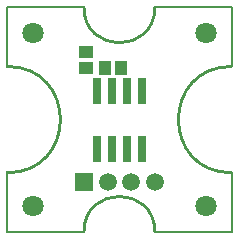
<source format=gbs>
G04*
G04 #@! TF.GenerationSoftware,Altium Limited,Altium Designer,20.1.14 (287)*
G04*
G04 Layer_Color=16711935*
%FSLAX25Y25*%
%MOIN*%
G70*
G04*
G04 #@! TF.SameCoordinates,FE320BA5-E137-4908-8B73-75ADD51EA0EF*
G04*
G04*
G04 #@! TF.FilePolarity,Negative*
G04*
G01*
G75*
%ADD10C,0.00787*%
%ADD12C,0.01000*%
%ADD13C,0.07099*%
%ADD14C,0.05918*%
%ADD15R,0.05918X0.05918*%
%ADD23R,0.04737X0.04343*%
%ADD24R,0.04343X0.04737*%
%ADD25R,0.02900X0.08600*%
D10*
X-37402Y37402D02*
X-11817D01*
X11818Y37402D02*
X37402D01*
Y17721D02*
Y37402D01*
Y-37401D02*
Y-17721D01*
X11818Y-37401D02*
X37402D01*
X-11817Y-37402D02*
Y-37401D01*
X-37402Y-37402D02*
X-11817D01*
X-37402D02*
Y-17721D01*
Y17721D02*
Y37402D01*
D12*
X11818Y-37401D02*
G03*
X-11817Y-37401I-11818J0D01*
G01*
Y37402D02*
G03*
X11818Y37402I11818J-0D01*
G01*
X37402Y17721D02*
G03*
X37402Y-17721I0J-17721D01*
G01*
X-37402D02*
G03*
X-37402Y17721I0J17721D01*
G01*
D13*
X28740Y-28740D02*
D03*
Y28740D02*
D03*
X-28740D02*
D03*
Y-28740D02*
D03*
D14*
X-3937Y-20866D02*
D03*
X3937D02*
D03*
X11811D02*
D03*
D15*
X-11811D02*
D03*
D23*
X-11056Y22545D02*
D03*
Y17230D02*
D03*
D24*
X579Y17183D02*
D03*
X-4736D02*
D03*
D25*
X-7500Y9700D02*
D03*
X-2500D02*
D03*
X2500D02*
D03*
X7500D02*
D03*
Y-9700D02*
D03*
X2500D02*
D03*
X-2500D02*
D03*
X-7500D02*
D03*
M02*

</source>
